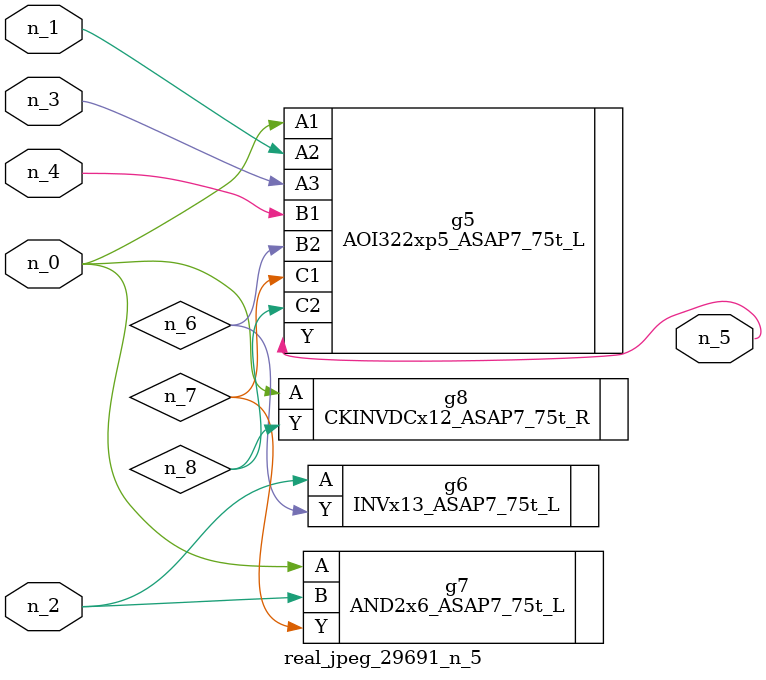
<source format=v>
module real_jpeg_29691_n_5 (n_4, n_0, n_1, n_2, n_3, n_5);

input n_4;
input n_0;
input n_1;
input n_2;
input n_3;

output n_5;

wire n_8;
wire n_6;
wire n_7;

AOI322xp5_ASAP7_75t_L g5 ( 
.A1(n_0),
.A2(n_1),
.A3(n_3),
.B1(n_4),
.B2(n_6),
.C1(n_7),
.C2(n_8),
.Y(n_5)
);

AND2x6_ASAP7_75t_L g7 ( 
.A(n_0),
.B(n_2),
.Y(n_7)
);

CKINVDCx12_ASAP7_75t_R g8 ( 
.A(n_0),
.Y(n_8)
);

INVx13_ASAP7_75t_L g6 ( 
.A(n_2),
.Y(n_6)
);


endmodule
</source>
